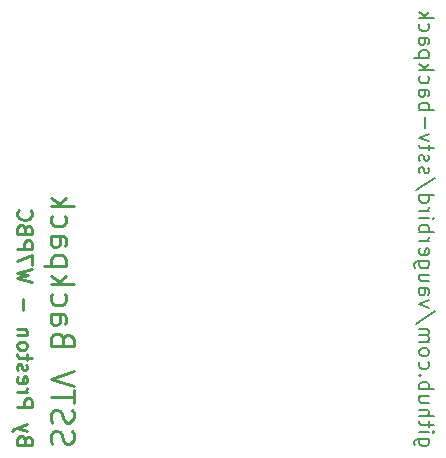
<source format=gbr>
%TF.GenerationSoftware,KiCad,Pcbnew,9.0.0*%
%TF.CreationDate,2025-08-24T16:33:36-07:00*%
%TF.ProjectId,sstv_backpack,73737476-5f62-4616-936b-7061636b2e6b,1.0*%
%TF.SameCoordinates,Original*%
%TF.FileFunction,Legend,Bot*%
%TF.FilePolarity,Positive*%
%FSLAX46Y46*%
G04 Gerber Fmt 4.6, Leading zero omitted, Abs format (unit mm)*
G04 Created by KiCad (PCBNEW 9.0.0) date 2025-08-24 16:33:36*
%MOMM*%
%LPD*%
G01*
G04 APERTURE LIST*
%ADD10C,0.158750*%
%ADD11C,0.254000*%
G04 APERTURE END LIST*
D10*
X175762345Y-121222893D02*
X174734250Y-121222893D01*
X174734250Y-121222893D02*
X174613297Y-121283369D01*
X174613297Y-121283369D02*
X174552821Y-121343845D01*
X174552821Y-121343845D02*
X174492345Y-121464798D01*
X174492345Y-121464798D02*
X174492345Y-121646226D01*
X174492345Y-121646226D02*
X174552821Y-121767179D01*
X174976155Y-121222893D02*
X174915678Y-121343845D01*
X174915678Y-121343845D02*
X174915678Y-121585750D01*
X174915678Y-121585750D02*
X174976155Y-121706702D01*
X174976155Y-121706702D02*
X175036631Y-121767179D01*
X175036631Y-121767179D02*
X175157583Y-121827655D01*
X175157583Y-121827655D02*
X175520440Y-121827655D01*
X175520440Y-121827655D02*
X175641393Y-121767179D01*
X175641393Y-121767179D02*
X175701869Y-121706702D01*
X175701869Y-121706702D02*
X175762345Y-121585750D01*
X175762345Y-121585750D02*
X175762345Y-121343845D01*
X175762345Y-121343845D02*
X175701869Y-121222893D01*
X174915678Y-120618131D02*
X175762345Y-120618131D01*
X176185678Y-120618131D02*
X176125202Y-120678607D01*
X176125202Y-120678607D02*
X176064726Y-120618131D01*
X176064726Y-120618131D02*
X176125202Y-120557654D01*
X176125202Y-120557654D02*
X176185678Y-120618131D01*
X176185678Y-120618131D02*
X176064726Y-120618131D01*
X175762345Y-120194797D02*
X175762345Y-119710988D01*
X176185678Y-120013369D02*
X175097107Y-120013369D01*
X175097107Y-120013369D02*
X174976155Y-119952892D01*
X174976155Y-119952892D02*
X174915678Y-119831940D01*
X174915678Y-119831940D02*
X174915678Y-119710988D01*
X174915678Y-119287655D02*
X176185678Y-119287655D01*
X174915678Y-118743369D02*
X175580916Y-118743369D01*
X175580916Y-118743369D02*
X175701869Y-118803845D01*
X175701869Y-118803845D02*
X175762345Y-118924797D01*
X175762345Y-118924797D02*
X175762345Y-119106226D01*
X175762345Y-119106226D02*
X175701869Y-119227178D01*
X175701869Y-119227178D02*
X175641393Y-119287655D01*
X175762345Y-117594321D02*
X174915678Y-117594321D01*
X175762345Y-118138607D02*
X175097107Y-118138607D01*
X175097107Y-118138607D02*
X174976155Y-118078130D01*
X174976155Y-118078130D02*
X174915678Y-117957178D01*
X174915678Y-117957178D02*
X174915678Y-117775749D01*
X174915678Y-117775749D02*
X174976155Y-117654797D01*
X174976155Y-117654797D02*
X175036631Y-117594321D01*
X174915678Y-116989559D02*
X176185678Y-116989559D01*
X175701869Y-116989559D02*
X175762345Y-116868606D01*
X175762345Y-116868606D02*
X175762345Y-116626701D01*
X175762345Y-116626701D02*
X175701869Y-116505749D01*
X175701869Y-116505749D02*
X175641393Y-116445273D01*
X175641393Y-116445273D02*
X175520440Y-116384797D01*
X175520440Y-116384797D02*
X175157583Y-116384797D01*
X175157583Y-116384797D02*
X175036631Y-116445273D01*
X175036631Y-116445273D02*
X174976155Y-116505749D01*
X174976155Y-116505749D02*
X174915678Y-116626701D01*
X174915678Y-116626701D02*
X174915678Y-116868606D01*
X174915678Y-116868606D02*
X174976155Y-116989559D01*
X175036631Y-115840511D02*
X174976155Y-115780034D01*
X174976155Y-115780034D02*
X174915678Y-115840511D01*
X174915678Y-115840511D02*
X174976155Y-115900987D01*
X174976155Y-115900987D02*
X175036631Y-115840511D01*
X175036631Y-115840511D02*
X174915678Y-115840511D01*
X174976155Y-114691463D02*
X174915678Y-114812415D01*
X174915678Y-114812415D02*
X174915678Y-115054320D01*
X174915678Y-115054320D02*
X174976155Y-115175272D01*
X174976155Y-115175272D02*
X175036631Y-115235749D01*
X175036631Y-115235749D02*
X175157583Y-115296225D01*
X175157583Y-115296225D02*
X175520440Y-115296225D01*
X175520440Y-115296225D02*
X175641393Y-115235749D01*
X175641393Y-115235749D02*
X175701869Y-115175272D01*
X175701869Y-115175272D02*
X175762345Y-115054320D01*
X175762345Y-115054320D02*
X175762345Y-114812415D01*
X175762345Y-114812415D02*
X175701869Y-114691463D01*
X174915678Y-113965749D02*
X174976155Y-114086701D01*
X174976155Y-114086701D02*
X175036631Y-114147178D01*
X175036631Y-114147178D02*
X175157583Y-114207654D01*
X175157583Y-114207654D02*
X175520440Y-114207654D01*
X175520440Y-114207654D02*
X175641393Y-114147178D01*
X175641393Y-114147178D02*
X175701869Y-114086701D01*
X175701869Y-114086701D02*
X175762345Y-113965749D01*
X175762345Y-113965749D02*
X175762345Y-113784320D01*
X175762345Y-113784320D02*
X175701869Y-113663368D01*
X175701869Y-113663368D02*
X175641393Y-113602892D01*
X175641393Y-113602892D02*
X175520440Y-113542416D01*
X175520440Y-113542416D02*
X175157583Y-113542416D01*
X175157583Y-113542416D02*
X175036631Y-113602892D01*
X175036631Y-113602892D02*
X174976155Y-113663368D01*
X174976155Y-113663368D02*
X174915678Y-113784320D01*
X174915678Y-113784320D02*
X174915678Y-113965749D01*
X174915678Y-112998130D02*
X175762345Y-112998130D01*
X175641393Y-112998130D02*
X175701869Y-112937653D01*
X175701869Y-112937653D02*
X175762345Y-112816701D01*
X175762345Y-112816701D02*
X175762345Y-112635272D01*
X175762345Y-112635272D02*
X175701869Y-112514320D01*
X175701869Y-112514320D02*
X175580916Y-112453844D01*
X175580916Y-112453844D02*
X174915678Y-112453844D01*
X175580916Y-112453844D02*
X175701869Y-112393368D01*
X175701869Y-112393368D02*
X175762345Y-112272415D01*
X175762345Y-112272415D02*
X175762345Y-112090987D01*
X175762345Y-112090987D02*
X175701869Y-111970034D01*
X175701869Y-111970034D02*
X175580916Y-111909558D01*
X175580916Y-111909558D02*
X174915678Y-111909558D01*
X176246155Y-110397654D02*
X174613297Y-111486225D01*
X175762345Y-110095273D02*
X174915678Y-109792892D01*
X174915678Y-109792892D02*
X175762345Y-109490511D01*
X174915678Y-108462416D02*
X175580916Y-108462416D01*
X175580916Y-108462416D02*
X175701869Y-108522892D01*
X175701869Y-108522892D02*
X175762345Y-108643844D01*
X175762345Y-108643844D02*
X175762345Y-108885749D01*
X175762345Y-108885749D02*
X175701869Y-109006702D01*
X174976155Y-108462416D02*
X174915678Y-108583368D01*
X174915678Y-108583368D02*
X174915678Y-108885749D01*
X174915678Y-108885749D02*
X174976155Y-109006702D01*
X174976155Y-109006702D02*
X175097107Y-109067178D01*
X175097107Y-109067178D02*
X175218059Y-109067178D01*
X175218059Y-109067178D02*
X175339012Y-109006702D01*
X175339012Y-109006702D02*
X175399488Y-108885749D01*
X175399488Y-108885749D02*
X175399488Y-108583368D01*
X175399488Y-108583368D02*
X175459964Y-108462416D01*
X175762345Y-107313368D02*
X174915678Y-107313368D01*
X175762345Y-107857654D02*
X175097107Y-107857654D01*
X175097107Y-107857654D02*
X174976155Y-107797177D01*
X174976155Y-107797177D02*
X174915678Y-107676225D01*
X174915678Y-107676225D02*
X174915678Y-107494796D01*
X174915678Y-107494796D02*
X174976155Y-107373844D01*
X174976155Y-107373844D02*
X175036631Y-107313368D01*
X175762345Y-106164320D02*
X174734250Y-106164320D01*
X174734250Y-106164320D02*
X174613297Y-106224796D01*
X174613297Y-106224796D02*
X174552821Y-106285272D01*
X174552821Y-106285272D02*
X174492345Y-106406225D01*
X174492345Y-106406225D02*
X174492345Y-106587653D01*
X174492345Y-106587653D02*
X174552821Y-106708606D01*
X174976155Y-106164320D02*
X174915678Y-106285272D01*
X174915678Y-106285272D02*
X174915678Y-106527177D01*
X174915678Y-106527177D02*
X174976155Y-106648129D01*
X174976155Y-106648129D02*
X175036631Y-106708606D01*
X175036631Y-106708606D02*
X175157583Y-106769082D01*
X175157583Y-106769082D02*
X175520440Y-106769082D01*
X175520440Y-106769082D02*
X175641393Y-106708606D01*
X175641393Y-106708606D02*
X175701869Y-106648129D01*
X175701869Y-106648129D02*
X175762345Y-106527177D01*
X175762345Y-106527177D02*
X175762345Y-106285272D01*
X175762345Y-106285272D02*
X175701869Y-106164320D01*
X174976155Y-105075748D02*
X174915678Y-105196700D01*
X174915678Y-105196700D02*
X174915678Y-105438605D01*
X174915678Y-105438605D02*
X174976155Y-105559558D01*
X174976155Y-105559558D02*
X175097107Y-105620034D01*
X175097107Y-105620034D02*
X175580916Y-105620034D01*
X175580916Y-105620034D02*
X175701869Y-105559558D01*
X175701869Y-105559558D02*
X175762345Y-105438605D01*
X175762345Y-105438605D02*
X175762345Y-105196700D01*
X175762345Y-105196700D02*
X175701869Y-105075748D01*
X175701869Y-105075748D02*
X175580916Y-105015272D01*
X175580916Y-105015272D02*
X175459964Y-105015272D01*
X175459964Y-105015272D02*
X175339012Y-105620034D01*
X174915678Y-104470987D02*
X175762345Y-104470987D01*
X175520440Y-104470987D02*
X175641393Y-104410510D01*
X175641393Y-104410510D02*
X175701869Y-104350034D01*
X175701869Y-104350034D02*
X175762345Y-104229082D01*
X175762345Y-104229082D02*
X175762345Y-104108129D01*
X174915678Y-103684797D02*
X176185678Y-103684797D01*
X175701869Y-103684797D02*
X175762345Y-103563844D01*
X175762345Y-103563844D02*
X175762345Y-103321939D01*
X175762345Y-103321939D02*
X175701869Y-103200987D01*
X175701869Y-103200987D02*
X175641393Y-103140511D01*
X175641393Y-103140511D02*
X175520440Y-103080035D01*
X175520440Y-103080035D02*
X175157583Y-103080035D01*
X175157583Y-103080035D02*
X175036631Y-103140511D01*
X175036631Y-103140511D02*
X174976155Y-103200987D01*
X174976155Y-103200987D02*
X174915678Y-103321939D01*
X174915678Y-103321939D02*
X174915678Y-103563844D01*
X174915678Y-103563844D02*
X174976155Y-103684797D01*
X174915678Y-102535749D02*
X175762345Y-102535749D01*
X176185678Y-102535749D02*
X176125202Y-102596225D01*
X176125202Y-102596225D02*
X176064726Y-102535749D01*
X176064726Y-102535749D02*
X176125202Y-102475272D01*
X176125202Y-102475272D02*
X176185678Y-102535749D01*
X176185678Y-102535749D02*
X176064726Y-102535749D01*
X174915678Y-101930987D02*
X175762345Y-101930987D01*
X175520440Y-101930987D02*
X175641393Y-101870510D01*
X175641393Y-101870510D02*
X175701869Y-101810034D01*
X175701869Y-101810034D02*
X175762345Y-101689082D01*
X175762345Y-101689082D02*
X175762345Y-101568129D01*
X174915678Y-100600511D02*
X176185678Y-100600511D01*
X174976155Y-100600511D02*
X174915678Y-100721463D01*
X174915678Y-100721463D02*
X174915678Y-100963368D01*
X174915678Y-100963368D02*
X174976155Y-101084320D01*
X174976155Y-101084320D02*
X175036631Y-101144797D01*
X175036631Y-101144797D02*
X175157583Y-101205273D01*
X175157583Y-101205273D02*
X175520440Y-101205273D01*
X175520440Y-101205273D02*
X175641393Y-101144797D01*
X175641393Y-101144797D02*
X175701869Y-101084320D01*
X175701869Y-101084320D02*
X175762345Y-100963368D01*
X175762345Y-100963368D02*
X175762345Y-100721463D01*
X175762345Y-100721463D02*
X175701869Y-100600511D01*
X176246155Y-99088606D02*
X174613297Y-100177177D01*
X174976155Y-98725749D02*
X174915678Y-98604796D01*
X174915678Y-98604796D02*
X174915678Y-98362892D01*
X174915678Y-98362892D02*
X174976155Y-98241939D01*
X174976155Y-98241939D02*
X175097107Y-98181463D01*
X175097107Y-98181463D02*
X175157583Y-98181463D01*
X175157583Y-98181463D02*
X175278535Y-98241939D01*
X175278535Y-98241939D02*
X175339012Y-98362892D01*
X175339012Y-98362892D02*
X175339012Y-98544320D01*
X175339012Y-98544320D02*
X175399488Y-98665273D01*
X175399488Y-98665273D02*
X175520440Y-98725749D01*
X175520440Y-98725749D02*
X175580916Y-98725749D01*
X175580916Y-98725749D02*
X175701869Y-98665273D01*
X175701869Y-98665273D02*
X175762345Y-98544320D01*
X175762345Y-98544320D02*
X175762345Y-98362892D01*
X175762345Y-98362892D02*
X175701869Y-98241939D01*
X174976155Y-97697654D02*
X174915678Y-97576701D01*
X174915678Y-97576701D02*
X174915678Y-97334797D01*
X174915678Y-97334797D02*
X174976155Y-97213844D01*
X174976155Y-97213844D02*
X175097107Y-97153368D01*
X175097107Y-97153368D02*
X175157583Y-97153368D01*
X175157583Y-97153368D02*
X175278535Y-97213844D01*
X175278535Y-97213844D02*
X175339012Y-97334797D01*
X175339012Y-97334797D02*
X175339012Y-97516225D01*
X175339012Y-97516225D02*
X175399488Y-97637178D01*
X175399488Y-97637178D02*
X175520440Y-97697654D01*
X175520440Y-97697654D02*
X175580916Y-97697654D01*
X175580916Y-97697654D02*
X175701869Y-97637178D01*
X175701869Y-97637178D02*
X175762345Y-97516225D01*
X175762345Y-97516225D02*
X175762345Y-97334797D01*
X175762345Y-97334797D02*
X175701869Y-97213844D01*
X175762345Y-96790511D02*
X175762345Y-96306702D01*
X176185678Y-96609083D02*
X175097107Y-96609083D01*
X175097107Y-96609083D02*
X174976155Y-96548606D01*
X174976155Y-96548606D02*
X174915678Y-96427654D01*
X174915678Y-96427654D02*
X174915678Y-96306702D01*
X175762345Y-96004321D02*
X174915678Y-95701940D01*
X174915678Y-95701940D02*
X175762345Y-95399559D01*
X175399488Y-94915750D02*
X175399488Y-93948131D01*
X174915678Y-93343369D02*
X176185678Y-93343369D01*
X175701869Y-93343369D02*
X175762345Y-93222416D01*
X175762345Y-93222416D02*
X175762345Y-92980511D01*
X175762345Y-92980511D02*
X175701869Y-92859559D01*
X175701869Y-92859559D02*
X175641393Y-92799083D01*
X175641393Y-92799083D02*
X175520440Y-92738607D01*
X175520440Y-92738607D02*
X175157583Y-92738607D01*
X175157583Y-92738607D02*
X175036631Y-92799083D01*
X175036631Y-92799083D02*
X174976155Y-92859559D01*
X174976155Y-92859559D02*
X174915678Y-92980511D01*
X174915678Y-92980511D02*
X174915678Y-93222416D01*
X174915678Y-93222416D02*
X174976155Y-93343369D01*
X174915678Y-91650035D02*
X175580916Y-91650035D01*
X175580916Y-91650035D02*
X175701869Y-91710511D01*
X175701869Y-91710511D02*
X175762345Y-91831463D01*
X175762345Y-91831463D02*
X175762345Y-92073368D01*
X175762345Y-92073368D02*
X175701869Y-92194321D01*
X174976155Y-91650035D02*
X174915678Y-91770987D01*
X174915678Y-91770987D02*
X174915678Y-92073368D01*
X174915678Y-92073368D02*
X174976155Y-92194321D01*
X174976155Y-92194321D02*
X175097107Y-92254797D01*
X175097107Y-92254797D02*
X175218059Y-92254797D01*
X175218059Y-92254797D02*
X175339012Y-92194321D01*
X175339012Y-92194321D02*
X175399488Y-92073368D01*
X175399488Y-92073368D02*
X175399488Y-91770987D01*
X175399488Y-91770987D02*
X175459964Y-91650035D01*
X174976155Y-90500987D02*
X174915678Y-90621939D01*
X174915678Y-90621939D02*
X174915678Y-90863844D01*
X174915678Y-90863844D02*
X174976155Y-90984796D01*
X174976155Y-90984796D02*
X175036631Y-91045273D01*
X175036631Y-91045273D02*
X175157583Y-91105749D01*
X175157583Y-91105749D02*
X175520440Y-91105749D01*
X175520440Y-91105749D02*
X175641393Y-91045273D01*
X175641393Y-91045273D02*
X175701869Y-90984796D01*
X175701869Y-90984796D02*
X175762345Y-90863844D01*
X175762345Y-90863844D02*
X175762345Y-90621939D01*
X175762345Y-90621939D02*
X175701869Y-90500987D01*
X174915678Y-89956702D02*
X176185678Y-89956702D01*
X175399488Y-89835749D02*
X174915678Y-89472892D01*
X175762345Y-89472892D02*
X175278535Y-89956702D01*
X175762345Y-88928607D02*
X174492345Y-88928607D01*
X175701869Y-88928607D02*
X175762345Y-88807654D01*
X175762345Y-88807654D02*
X175762345Y-88565749D01*
X175762345Y-88565749D02*
X175701869Y-88444797D01*
X175701869Y-88444797D02*
X175641393Y-88384321D01*
X175641393Y-88384321D02*
X175520440Y-88323845D01*
X175520440Y-88323845D02*
X175157583Y-88323845D01*
X175157583Y-88323845D02*
X175036631Y-88384321D01*
X175036631Y-88384321D02*
X174976155Y-88444797D01*
X174976155Y-88444797D02*
X174915678Y-88565749D01*
X174915678Y-88565749D02*
X174915678Y-88807654D01*
X174915678Y-88807654D02*
X174976155Y-88928607D01*
X174915678Y-87235273D02*
X175580916Y-87235273D01*
X175580916Y-87235273D02*
X175701869Y-87295749D01*
X175701869Y-87295749D02*
X175762345Y-87416701D01*
X175762345Y-87416701D02*
X175762345Y-87658606D01*
X175762345Y-87658606D02*
X175701869Y-87779559D01*
X174976155Y-87235273D02*
X174915678Y-87356225D01*
X174915678Y-87356225D02*
X174915678Y-87658606D01*
X174915678Y-87658606D02*
X174976155Y-87779559D01*
X174976155Y-87779559D02*
X175097107Y-87840035D01*
X175097107Y-87840035D02*
X175218059Y-87840035D01*
X175218059Y-87840035D02*
X175339012Y-87779559D01*
X175339012Y-87779559D02*
X175399488Y-87658606D01*
X175399488Y-87658606D02*
X175399488Y-87356225D01*
X175399488Y-87356225D02*
X175459964Y-87235273D01*
X174976155Y-86086225D02*
X174915678Y-86207177D01*
X174915678Y-86207177D02*
X174915678Y-86449082D01*
X174915678Y-86449082D02*
X174976155Y-86570034D01*
X174976155Y-86570034D02*
X175036631Y-86630511D01*
X175036631Y-86630511D02*
X175157583Y-86690987D01*
X175157583Y-86690987D02*
X175520440Y-86690987D01*
X175520440Y-86690987D02*
X175641393Y-86630511D01*
X175641393Y-86630511D02*
X175701869Y-86570034D01*
X175701869Y-86570034D02*
X175762345Y-86449082D01*
X175762345Y-86449082D02*
X175762345Y-86207177D01*
X175762345Y-86207177D02*
X175701869Y-86086225D01*
X174915678Y-85541940D02*
X176185678Y-85541940D01*
X175399488Y-85420987D02*
X174915678Y-85058130D01*
X175762345Y-85058130D02*
X175278535Y-85541940D01*
D11*
X141549869Y-121281180D02*
X141489393Y-121099752D01*
X141489393Y-121099752D02*
X141428917Y-121039275D01*
X141428917Y-121039275D02*
X141307965Y-120978799D01*
X141307965Y-120978799D02*
X141126536Y-120978799D01*
X141126536Y-120978799D02*
X141005584Y-121039275D01*
X141005584Y-121039275D02*
X140945108Y-121099752D01*
X140945108Y-121099752D02*
X140884631Y-121220704D01*
X140884631Y-121220704D02*
X140884631Y-121704514D01*
X140884631Y-121704514D02*
X142154631Y-121704514D01*
X142154631Y-121704514D02*
X142154631Y-121281180D01*
X142154631Y-121281180D02*
X142094155Y-121160228D01*
X142094155Y-121160228D02*
X142033679Y-121099752D01*
X142033679Y-121099752D02*
X141912727Y-121039275D01*
X141912727Y-121039275D02*
X141791774Y-121039275D01*
X141791774Y-121039275D02*
X141670822Y-121099752D01*
X141670822Y-121099752D02*
X141610346Y-121160228D01*
X141610346Y-121160228D02*
X141549869Y-121281180D01*
X141549869Y-121281180D02*
X141549869Y-121704514D01*
X141731298Y-120555466D02*
X140884631Y-120253085D01*
X141731298Y-119950704D02*
X140884631Y-120253085D01*
X140884631Y-120253085D02*
X140582250Y-120374037D01*
X140582250Y-120374037D02*
X140521774Y-120434514D01*
X140521774Y-120434514D02*
X140461298Y-120555466D01*
X140884631Y-118499276D02*
X142154631Y-118499276D01*
X142154631Y-118499276D02*
X142154631Y-118015466D01*
X142154631Y-118015466D02*
X142094155Y-117894514D01*
X142094155Y-117894514D02*
X142033679Y-117834037D01*
X142033679Y-117834037D02*
X141912727Y-117773561D01*
X141912727Y-117773561D02*
X141731298Y-117773561D01*
X141731298Y-117773561D02*
X141610346Y-117834037D01*
X141610346Y-117834037D02*
X141549869Y-117894514D01*
X141549869Y-117894514D02*
X141489393Y-118015466D01*
X141489393Y-118015466D02*
X141489393Y-118499276D01*
X140884631Y-117229276D02*
X141731298Y-117229276D01*
X141489393Y-117229276D02*
X141610346Y-117168799D01*
X141610346Y-117168799D02*
X141670822Y-117108323D01*
X141670822Y-117108323D02*
X141731298Y-116987371D01*
X141731298Y-116987371D02*
X141731298Y-116866418D01*
X140945108Y-115959276D02*
X140884631Y-116080228D01*
X140884631Y-116080228D02*
X140884631Y-116322133D01*
X140884631Y-116322133D02*
X140945108Y-116443086D01*
X140945108Y-116443086D02*
X141066060Y-116503562D01*
X141066060Y-116503562D02*
X141549869Y-116503562D01*
X141549869Y-116503562D02*
X141670822Y-116443086D01*
X141670822Y-116443086D02*
X141731298Y-116322133D01*
X141731298Y-116322133D02*
X141731298Y-116080228D01*
X141731298Y-116080228D02*
X141670822Y-115959276D01*
X141670822Y-115959276D02*
X141549869Y-115898800D01*
X141549869Y-115898800D02*
X141428917Y-115898800D01*
X141428917Y-115898800D02*
X141307965Y-116503562D01*
X140945108Y-115414991D02*
X140884631Y-115294038D01*
X140884631Y-115294038D02*
X140884631Y-115052134D01*
X140884631Y-115052134D02*
X140945108Y-114931181D01*
X140945108Y-114931181D02*
X141066060Y-114870705D01*
X141066060Y-114870705D02*
X141126536Y-114870705D01*
X141126536Y-114870705D02*
X141247488Y-114931181D01*
X141247488Y-114931181D02*
X141307965Y-115052134D01*
X141307965Y-115052134D02*
X141307965Y-115233562D01*
X141307965Y-115233562D02*
X141368441Y-115354515D01*
X141368441Y-115354515D02*
X141489393Y-115414991D01*
X141489393Y-115414991D02*
X141549869Y-115414991D01*
X141549869Y-115414991D02*
X141670822Y-115354515D01*
X141670822Y-115354515D02*
X141731298Y-115233562D01*
X141731298Y-115233562D02*
X141731298Y-115052134D01*
X141731298Y-115052134D02*
X141670822Y-114931181D01*
X141731298Y-114507848D02*
X141731298Y-114024039D01*
X142154631Y-114326420D02*
X141066060Y-114326420D01*
X141066060Y-114326420D02*
X140945108Y-114265943D01*
X140945108Y-114265943D02*
X140884631Y-114144991D01*
X140884631Y-114144991D02*
X140884631Y-114024039D01*
X140884631Y-113419277D02*
X140945108Y-113540229D01*
X140945108Y-113540229D02*
X141005584Y-113600706D01*
X141005584Y-113600706D02*
X141126536Y-113661182D01*
X141126536Y-113661182D02*
X141489393Y-113661182D01*
X141489393Y-113661182D02*
X141610346Y-113600706D01*
X141610346Y-113600706D02*
X141670822Y-113540229D01*
X141670822Y-113540229D02*
X141731298Y-113419277D01*
X141731298Y-113419277D02*
X141731298Y-113237848D01*
X141731298Y-113237848D02*
X141670822Y-113116896D01*
X141670822Y-113116896D02*
X141610346Y-113056420D01*
X141610346Y-113056420D02*
X141489393Y-112995944D01*
X141489393Y-112995944D02*
X141126536Y-112995944D01*
X141126536Y-112995944D02*
X141005584Y-113056420D01*
X141005584Y-113056420D02*
X140945108Y-113116896D01*
X140945108Y-113116896D02*
X140884631Y-113237848D01*
X140884631Y-113237848D02*
X140884631Y-113419277D01*
X141731298Y-112451658D02*
X140884631Y-112451658D01*
X141610346Y-112451658D02*
X141670822Y-112391181D01*
X141670822Y-112391181D02*
X141731298Y-112270229D01*
X141731298Y-112270229D02*
X141731298Y-112088800D01*
X141731298Y-112088800D02*
X141670822Y-111967848D01*
X141670822Y-111967848D02*
X141549869Y-111907372D01*
X141549869Y-111907372D02*
X140884631Y-111907372D01*
X141368441Y-110334991D02*
X141368441Y-109367372D01*
X142154631Y-107915943D02*
X140884631Y-107613562D01*
X140884631Y-107613562D02*
X141791774Y-107371657D01*
X141791774Y-107371657D02*
X140884631Y-107129752D01*
X140884631Y-107129752D02*
X142154631Y-106827372D01*
X142154631Y-106464514D02*
X142154631Y-105617847D01*
X142154631Y-105617847D02*
X140884631Y-106162133D01*
X140884631Y-105134038D02*
X142154631Y-105134038D01*
X142154631Y-105134038D02*
X142154631Y-104650228D01*
X142154631Y-104650228D02*
X142094155Y-104529276D01*
X142094155Y-104529276D02*
X142033679Y-104468799D01*
X142033679Y-104468799D02*
X141912727Y-104408323D01*
X141912727Y-104408323D02*
X141731298Y-104408323D01*
X141731298Y-104408323D02*
X141610346Y-104468799D01*
X141610346Y-104468799D02*
X141549869Y-104529276D01*
X141549869Y-104529276D02*
X141489393Y-104650228D01*
X141489393Y-104650228D02*
X141489393Y-105134038D01*
X141549869Y-103440704D02*
X141489393Y-103259276D01*
X141489393Y-103259276D02*
X141428917Y-103198799D01*
X141428917Y-103198799D02*
X141307965Y-103138323D01*
X141307965Y-103138323D02*
X141126536Y-103138323D01*
X141126536Y-103138323D02*
X141005584Y-103198799D01*
X141005584Y-103198799D02*
X140945108Y-103259276D01*
X140945108Y-103259276D02*
X140884631Y-103380228D01*
X140884631Y-103380228D02*
X140884631Y-103864038D01*
X140884631Y-103864038D02*
X142154631Y-103864038D01*
X142154631Y-103864038D02*
X142154631Y-103440704D01*
X142154631Y-103440704D02*
X142094155Y-103319752D01*
X142094155Y-103319752D02*
X142033679Y-103259276D01*
X142033679Y-103259276D02*
X141912727Y-103198799D01*
X141912727Y-103198799D02*
X141791774Y-103198799D01*
X141791774Y-103198799D02*
X141670822Y-103259276D01*
X141670822Y-103259276D02*
X141610346Y-103319752D01*
X141610346Y-103319752D02*
X141549869Y-103440704D01*
X141549869Y-103440704D02*
X141549869Y-103864038D01*
X141005584Y-101868323D02*
X140945108Y-101928799D01*
X140945108Y-101928799D02*
X140884631Y-102110228D01*
X140884631Y-102110228D02*
X140884631Y-102231180D01*
X140884631Y-102231180D02*
X140945108Y-102412609D01*
X140945108Y-102412609D02*
X141066060Y-102533561D01*
X141066060Y-102533561D02*
X141187012Y-102594038D01*
X141187012Y-102594038D02*
X141428917Y-102654514D01*
X141428917Y-102654514D02*
X141610346Y-102654514D01*
X141610346Y-102654514D02*
X141852250Y-102594038D01*
X141852250Y-102594038D02*
X141973203Y-102533561D01*
X141973203Y-102533561D02*
X142094155Y-102412609D01*
X142094155Y-102412609D02*
X142154631Y-102231180D01*
X142154631Y-102231180D02*
X142154631Y-102110228D01*
X142154631Y-102110228D02*
X142094155Y-101928799D01*
X142094155Y-101928799D02*
X142033679Y-101868323D01*
X143847058Y-121644037D02*
X143756343Y-121371895D01*
X143756343Y-121371895D02*
X143756343Y-120918323D01*
X143756343Y-120918323D02*
X143847058Y-120736895D01*
X143847058Y-120736895D02*
X143937772Y-120646180D01*
X143937772Y-120646180D02*
X144119200Y-120555466D01*
X144119200Y-120555466D02*
X144300629Y-120555466D01*
X144300629Y-120555466D02*
X144482058Y-120646180D01*
X144482058Y-120646180D02*
X144572772Y-120736895D01*
X144572772Y-120736895D02*
X144663486Y-120918323D01*
X144663486Y-120918323D02*
X144754200Y-121281180D01*
X144754200Y-121281180D02*
X144844915Y-121462609D01*
X144844915Y-121462609D02*
X144935629Y-121553323D01*
X144935629Y-121553323D02*
X145117058Y-121644037D01*
X145117058Y-121644037D02*
X145298486Y-121644037D01*
X145298486Y-121644037D02*
X145479915Y-121553323D01*
X145479915Y-121553323D02*
X145570629Y-121462609D01*
X145570629Y-121462609D02*
X145661343Y-121281180D01*
X145661343Y-121281180D02*
X145661343Y-120827609D01*
X145661343Y-120827609D02*
X145570629Y-120555466D01*
X143847058Y-119829751D02*
X143756343Y-119557609D01*
X143756343Y-119557609D02*
X143756343Y-119104037D01*
X143756343Y-119104037D02*
X143847058Y-118922609D01*
X143847058Y-118922609D02*
X143937772Y-118831894D01*
X143937772Y-118831894D02*
X144119200Y-118741180D01*
X144119200Y-118741180D02*
X144300629Y-118741180D01*
X144300629Y-118741180D02*
X144482058Y-118831894D01*
X144482058Y-118831894D02*
X144572772Y-118922609D01*
X144572772Y-118922609D02*
X144663486Y-119104037D01*
X144663486Y-119104037D02*
X144754200Y-119466894D01*
X144754200Y-119466894D02*
X144844915Y-119648323D01*
X144844915Y-119648323D02*
X144935629Y-119739037D01*
X144935629Y-119739037D02*
X145117058Y-119829751D01*
X145117058Y-119829751D02*
X145298486Y-119829751D01*
X145298486Y-119829751D02*
X145479915Y-119739037D01*
X145479915Y-119739037D02*
X145570629Y-119648323D01*
X145570629Y-119648323D02*
X145661343Y-119466894D01*
X145661343Y-119466894D02*
X145661343Y-119013323D01*
X145661343Y-119013323D02*
X145570629Y-118741180D01*
X145661343Y-118196894D02*
X145661343Y-117108323D01*
X143756343Y-117652608D02*
X145661343Y-117652608D01*
X145661343Y-116745465D02*
X143756343Y-116110465D01*
X143756343Y-116110465D02*
X145661343Y-115475465D01*
X144754200Y-112754036D02*
X144663486Y-112481893D01*
X144663486Y-112481893D02*
X144572772Y-112391179D01*
X144572772Y-112391179D02*
X144391343Y-112300465D01*
X144391343Y-112300465D02*
X144119200Y-112300465D01*
X144119200Y-112300465D02*
X143937772Y-112391179D01*
X143937772Y-112391179D02*
X143847058Y-112481893D01*
X143847058Y-112481893D02*
X143756343Y-112663322D01*
X143756343Y-112663322D02*
X143756343Y-113389036D01*
X143756343Y-113389036D02*
X145661343Y-113389036D01*
X145661343Y-113389036D02*
X145661343Y-112754036D01*
X145661343Y-112754036D02*
X145570629Y-112572608D01*
X145570629Y-112572608D02*
X145479915Y-112481893D01*
X145479915Y-112481893D02*
X145298486Y-112391179D01*
X145298486Y-112391179D02*
X145117058Y-112391179D01*
X145117058Y-112391179D02*
X144935629Y-112481893D01*
X144935629Y-112481893D02*
X144844915Y-112572608D01*
X144844915Y-112572608D02*
X144754200Y-112754036D01*
X144754200Y-112754036D02*
X144754200Y-113389036D01*
X143756343Y-110667608D02*
X144754200Y-110667608D01*
X144754200Y-110667608D02*
X144935629Y-110758322D01*
X144935629Y-110758322D02*
X145026343Y-110939750D01*
X145026343Y-110939750D02*
X145026343Y-111302608D01*
X145026343Y-111302608D02*
X144935629Y-111484036D01*
X143847058Y-110667608D02*
X143756343Y-110849036D01*
X143756343Y-110849036D02*
X143756343Y-111302608D01*
X143756343Y-111302608D02*
X143847058Y-111484036D01*
X143847058Y-111484036D02*
X144028486Y-111574750D01*
X144028486Y-111574750D02*
X144209915Y-111574750D01*
X144209915Y-111574750D02*
X144391343Y-111484036D01*
X144391343Y-111484036D02*
X144482058Y-111302608D01*
X144482058Y-111302608D02*
X144482058Y-110849036D01*
X144482058Y-110849036D02*
X144572772Y-110667608D01*
X143847058Y-108944037D02*
X143756343Y-109125465D01*
X143756343Y-109125465D02*
X143756343Y-109488322D01*
X143756343Y-109488322D02*
X143847058Y-109669751D01*
X143847058Y-109669751D02*
X143937772Y-109760465D01*
X143937772Y-109760465D02*
X144119200Y-109851179D01*
X144119200Y-109851179D02*
X144663486Y-109851179D01*
X144663486Y-109851179D02*
X144844915Y-109760465D01*
X144844915Y-109760465D02*
X144935629Y-109669751D01*
X144935629Y-109669751D02*
X145026343Y-109488322D01*
X145026343Y-109488322D02*
X145026343Y-109125465D01*
X145026343Y-109125465D02*
X144935629Y-108944037D01*
X143756343Y-108127608D02*
X145661343Y-108127608D01*
X144482058Y-107946180D02*
X143756343Y-107401894D01*
X145026343Y-107401894D02*
X144300629Y-108127608D01*
X145026343Y-106585465D02*
X143121343Y-106585465D01*
X144935629Y-106585465D02*
X145026343Y-106404037D01*
X145026343Y-106404037D02*
X145026343Y-106041179D01*
X145026343Y-106041179D02*
X144935629Y-105859751D01*
X144935629Y-105859751D02*
X144844915Y-105769037D01*
X144844915Y-105769037D02*
X144663486Y-105678322D01*
X144663486Y-105678322D02*
X144119200Y-105678322D01*
X144119200Y-105678322D02*
X143937772Y-105769037D01*
X143937772Y-105769037D02*
X143847058Y-105859751D01*
X143847058Y-105859751D02*
X143756343Y-106041179D01*
X143756343Y-106041179D02*
X143756343Y-106404037D01*
X143756343Y-106404037D02*
X143847058Y-106585465D01*
X143756343Y-104045466D02*
X144754200Y-104045466D01*
X144754200Y-104045466D02*
X144935629Y-104136180D01*
X144935629Y-104136180D02*
X145026343Y-104317608D01*
X145026343Y-104317608D02*
X145026343Y-104680466D01*
X145026343Y-104680466D02*
X144935629Y-104861894D01*
X143847058Y-104045466D02*
X143756343Y-104226894D01*
X143756343Y-104226894D02*
X143756343Y-104680466D01*
X143756343Y-104680466D02*
X143847058Y-104861894D01*
X143847058Y-104861894D02*
X144028486Y-104952608D01*
X144028486Y-104952608D02*
X144209915Y-104952608D01*
X144209915Y-104952608D02*
X144391343Y-104861894D01*
X144391343Y-104861894D02*
X144482058Y-104680466D01*
X144482058Y-104680466D02*
X144482058Y-104226894D01*
X144482058Y-104226894D02*
X144572772Y-104045466D01*
X143847058Y-102321895D02*
X143756343Y-102503323D01*
X143756343Y-102503323D02*
X143756343Y-102866180D01*
X143756343Y-102866180D02*
X143847058Y-103047609D01*
X143847058Y-103047609D02*
X143937772Y-103138323D01*
X143937772Y-103138323D02*
X144119200Y-103229037D01*
X144119200Y-103229037D02*
X144663486Y-103229037D01*
X144663486Y-103229037D02*
X144844915Y-103138323D01*
X144844915Y-103138323D02*
X144935629Y-103047609D01*
X144935629Y-103047609D02*
X145026343Y-102866180D01*
X145026343Y-102866180D02*
X145026343Y-102503323D01*
X145026343Y-102503323D02*
X144935629Y-102321895D01*
X143756343Y-101505466D02*
X145661343Y-101505466D01*
X144482058Y-101324038D02*
X143756343Y-100779752D01*
X145026343Y-100779752D02*
X144300629Y-101505466D01*
M02*

</source>
